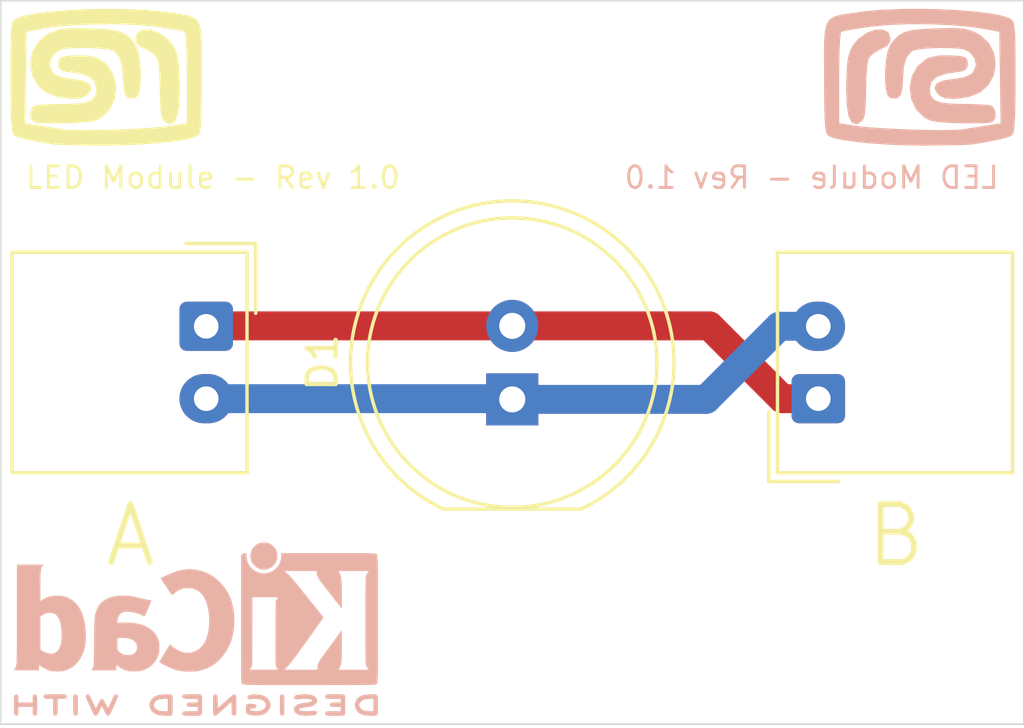
<source format=kicad_pcb>
(kicad_pcb (version 20240108) (generator "pcbnew") (generator_version "8.0")
  (title_block (title "Light Chain LED Module") (rev "1.0") (comment 4 "AISLER Project ID: YPGYTQPW"))
  (layers (0 "F.Cu" signal) (31 "B.Cu" signal) (34 "B.Paste" user) (35 "F.Paste" user) (36 "B.SilkS" user "B.Silkscreen") (37 "F.SilkS" user "F.Silkscreen") (38 "B.Mask" user) (39 "F.Mask" user) (44 "Edge.Cuts" user))
  (net 0 "")
  (net 1 "Net-(D1-K)")
  (net 2 "Net-(D1-A)")
  (footprint "LEDModule:Molex_SPOX_5268-02A_1x02_P2.50mm_Horizontal" (layer "F.Cu") (at 134.25 113.75 90)
    (property "Reference" "J1" (hide yes))
    (property "Value" "Conn_01x02" (hide yes))
    (pad "1" thru_hole roundrect (at 0 0 90) (size 1.7 1.85) (drill 0.85) (layers "*.Cu" "*.Mask") (roundrect_rratio 0.147059) (net 2 "Net-(D1-A)"))
    (pad "2" thru_hole oval (at 2.5 0 90) (size 1.7 1.85) (drill 0.85) (layers "*.Cu" "*.Mask") (net 1 "Net-(D1-K)"))
  )
  (footprint "mech:MyBasic_rounded_50_1" (layer "F.Cu") (at 109.6 102.6)
    (property "Reference" "Lg1" (hide yes))
    (property "Value" "logo" (hide yes))
  )
  (footprint "LEDModule:Molex_SPOX_5268-02A_1x02_P2.50mm_Horizontal" (layer "F.Cu") (at 113.1 111.25 -90)
    (property "Reference" "J2" (hide yes))
    (property "Value" "Conn_01x02" (hide yes))
    (pad "1" thru_hole roundrect (at 0 0 270) (size 1.7 1.85) (drill 0.85) (layers "*.Cu" "*.Mask") (roundrect_rratio 0.147059) (net 2 "Net-(D1-A)"))
    (pad "2" thru_hole oval (at 2.5 0 270) (size 1.7 1.85) (drill 0.85) (layers "*.Cu" "*.Mask") (net 1 "Net-(D1-K)"))
  )
  (footprint "MountingHole:MountingHole_2.7mm_M2.5" (layer "F.Cu") (at 123.675 122.15)
    (property "Reference" "H1" (hide yes))
    (property "Value" "MountingHole" (hide yes))
    (pad "" np_thru_hole circle (at 0 0) (size 2.7 2.7) (drill 2.7) (layers "*.Cu" "*.Mask"))
  )
  (footprint "MountingHole:MountingHole_2.7mm_M2.5" (layer "F.Cu") (at 123.675 103.1)
    (property "Reference" "H2" (hide yes))
    (property "Value" "MountingHole" (hide yes))
    (pad "" np_thru_hole circle (at 0 0) (size 2.7 2.7) (drill 2.7) (layers "*.Cu" "*.Mask"))
  )
  (footprint "LED_THT:LED_D10.0mm" (layer "F.Cu") (at 123.675 113.775 90)
    (property "Reference" "D1" (at 1.27 -6.56 -90) (layer "F.SilkS"))
    (property "Value" "LED" (hide yes))
    (pad "1" thru_hole rect (at 0 0 90) (size 1.8 1.8) (drill 0.9) (layers "*.Cu" "*.Mask") (net 1 "Net-(D1-K)"))
    (pad "2" thru_hole circle (at 2.54 0 90) (size 1.8 1.8) (drill 0.9) (layers "*.Cu" "*.Mask") (net 2 "Net-(D1-A)"))
  )
  (footprint "Symbol:KiCad-Logo2_5mm_SilkScreen" (layer "B.Cu") (at 112.75 121.7 180)
    (property "Reference" "Lg2" (hide yes))
    (property "Value" "logo" (hide yes))
  )
  (footprint "mech:MyBasic_rounded_50_1" (layer "B.Cu") (at 137.8 102.6 180)
    (property "Reference" "Lg3" (hide yes))
    (property "Value" "logo" (hide yes))
  )
  (gr_rect (start 106 100) (end 141.35 125) (stroke (width 0.05)) (fill none) (layer "Edge.Cuts"))
  (gr_text "LED Module - Rev 1.0" (at 140.55 106.55 -0) (layer "B.SilkS") (effects (font (size 0.75 0.75) (thickness 0.1)) (justify left bottom mirror)))
  (gr_text "A" (at 109.492857 119.65 0) (layer "F.SilkS") (effects (font (size 2 2) (thickness 0.2)) (justify left bottom)))
  (gr_text "LED Module - Rev 1.0" (at 106.8 106.55 0) (layer "F.SilkS") (effects (font (size 0.75 0.75) (thickness 0.1)) (justify left bottom)))
  (gr_text "B" (at 135.8 119.65 0) (layer "F.SilkS") (effects (font (size 2 2) (thickness 0.2)) (justify left bottom)))
  (segment (start 130.375 113.775) (end 132.9 111.25) (width 1) (layer "B.Cu") (net 1))
  (segment (start 123.65 113.75) (end 123.675 113.775) (width 1) (layer "B.Cu") (net 1))
  (segment (start 132.9 111.25) (end 134.25 111.25) (width 1) (layer "B.Cu") (net 1))
  (segment (start 123.675 113.775) (end 130.375 113.775) (width 1) (layer "B.Cu") (net 1))
  (segment (start 113.1 113.75) (end 123.65 113.75) (width 1) (layer "B.Cu") (net 1))
  (segment (start 133 113.75) (end 130.485 111.235) (width 1) (layer "F.Cu") (net 2))
  (segment (start 134.25 113.75) (end 133 113.75) (width 1) (layer "F.Cu") (net 2))
  (segment (start 113.115 111.235) (end 113.1 111.25) (width 1) (layer "F.Cu") (net 2))
  (segment (start 130.485 111.235) (end 123.675 111.235) (width 1) (layer "F.Cu") (net 2))
  (segment (start 123.675 111.235) (end 113.115 111.235) (width 1) (layer "F.Cu") (net 2))
)
</source>
